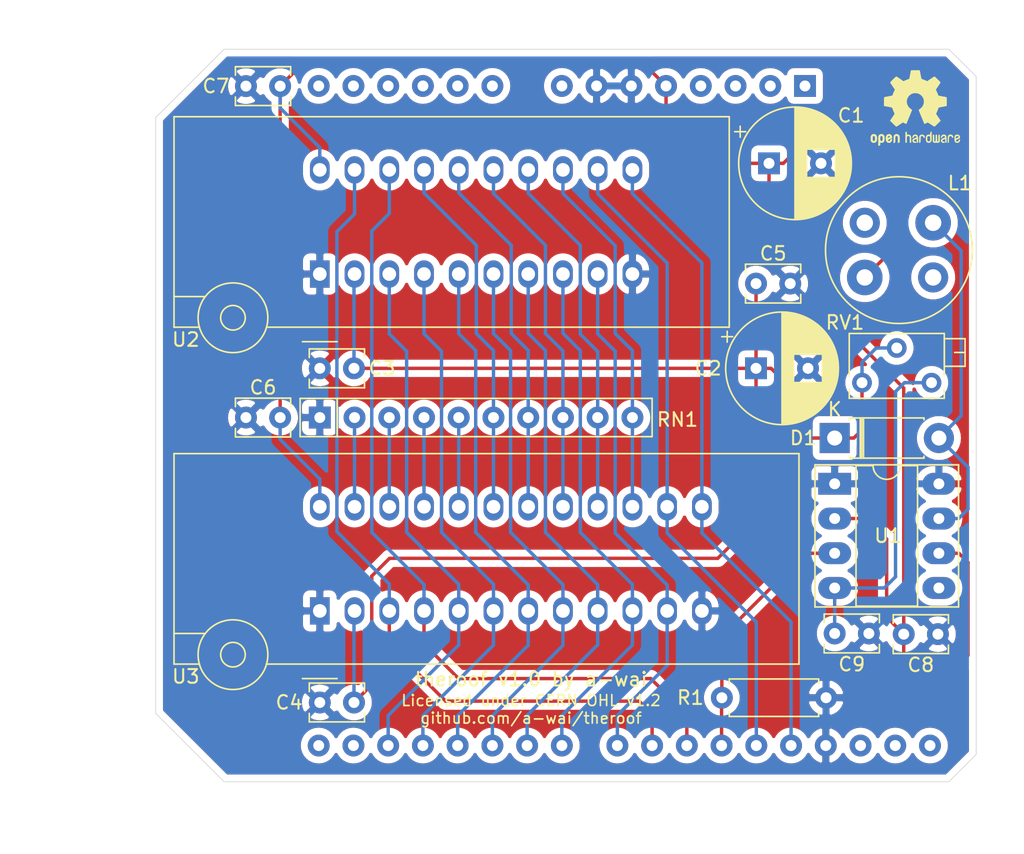
<source format=kicad_pcb>
(kicad_pcb (version 20171130) (host pcbnew 5.1.4+dfsg1-2)
  (layers (0 F.Cu signal) (31 B.Cu signal) (34 B.Paste user) (35 F.Paste user) (36 B.SilkS user) (37 F.SilkS user) (38 B.Mask user) (39 F.Mask user) (44 Edge.Cuts user))
  (net 0 "")
  (net 1 GND)
  (net 2 /STROBE)
  (net 3 /SDOUT)
  (net 4 /~VPP_EN)
  (net 5 /RA0)
  (net 6 /PV)
  (net 7 /SDIN)
  (net 8 /SCLK)
  (net 9 /RA5)
  (net 10 +5V)
  (net 11 /RA4)
  (net 12 /RA3)
  (net 13 /RA2)
  (net 14 /RA1)
  (net 15 /VPROG)
  (net 16 "Net-(D1-Pad2)")
  (net 17 /GND0)
  (net 18 /GND1)
  (net 19 /GND2)
  (net 20 /GND3)
  (net 21 /GND4)
  (net 22 "Net-(RN1-Pad5)")
  (net 23 "Net-(RN1-Pad4)")
  (net 24 "Net-(RN1-Pad3)")
  (net 25 "Net-(RN1-Pad2)")
  (net 26 "Net-(C9-Pad1)")
  (module Module:Arduino_UNO_R3 (layer B.Cu) (at 172.48 64.89 180)
    (fp_text reference A1 hide)
    (fp_text value Arduino_UNO_R3)
    (pad 16 thru_hole oval (at 33.02 -48.26 270) (size 1.6 1.6) (drill 0.8) (layers *.Cu *.Mask))
    (pad 15 thru_hole oval (at 35.56 -48.26 90) (size 1.6 1.6) (drill 0.8) (layers *.Cu *.Mask))
    (pad 30 thru_hole oval (at -4.06 -48.26 90) (size 1.6 1.6) (drill 0.8) (layers *.Cu *.Mask))
    (pad 14 thru_hole oval (at 35.56 0 90) (size 1.6 1.6) (drill 0.8) (layers *.Cu *.Mask))
    (pad 29 thru_hole oval (at -1.52 -48.26 90) (size 1.6 1.6) (drill 0.8) (layers *.Cu *.Mask) (net 1 GND))
    (pad 13 thru_hole oval (at 33.02 0 90) (size 1.6 1.6) (drill 0.8) (layers *.Cu *.Mask))
    (pad 28 thru_hole oval (at 1.02 -48.26 90) (size 1.6 1.6) (drill 0.8) (layers *.Cu *.Mask) (net 2 /STROBE))
    (pad 12 thru_hole oval (at 30.48 0 90) (size 1.6 1.6) (drill 0.8) (layers *.Cu *.Mask))
    (pad 27 thru_hole oval (at 3.56 -48.26 90) (size 1.6 1.6) (drill 0.8) (layers *.Cu *.Mask) (net 3 /SDOUT))
    (pad 11 thru_hole oval (at 27.94 0 90) (size 1.6 1.6) (drill 0.8) (layers *.Cu *.Mask))
    (pad 26 thru_hole oval (at 6.1 -48.26 90) (size 1.6 1.6) (drill 0.8) (layers *.Cu *.Mask) (net 4 /~VPP_EN))
    (pad 10 thru_hole oval (at 25.4 0 90) (size 1.6 1.6) (drill 0.8) (layers *.Cu *.Mask))
    (pad 25 thru_hole oval (at 8.64 -48.26 90) (size 1.6 1.6) (drill 0.8) (layers *.Cu *.Mask) (net 5 /RA0))
    (pad 9 thru_hole oval (at 22.86 0 90) (size 1.6 1.6) (drill 0.8) (layers *.Cu *.Mask))
    (pad 24 thru_hole oval (at 11.18 -48.26 90) (size 1.6 1.6) (drill 0.8) (layers *.Cu *.Mask) (net 6 /PV))
    (pad 8 thru_hole oval (at 17.78 0 90) (size 1.6 1.6) (drill 0.8) (layers *.Cu *.Mask))
    (pad 23 thru_hole oval (at 13.72 -48.26 90) (size 1.6 1.6) (drill 0.8) (layers *.Cu *.Mask) (net 7 /SDIN))
    (pad 7 thru_hole oval (at 15.24 0 90) (size 1.6 1.6) (drill 0.8) (layers *.Cu *.Mask) (net 1 GND))
    (pad 22 thru_hole oval (at 17.78 -48.26 90) (size 1.6 1.6) (drill 0.8) (layers *.Cu *.Mask) (net 8 /SCLK))
    (pad 6 thru_hole oval (at 12.7 0 90) (size 1.6 1.6) (drill 0.8) (layers *.Cu *.Mask) (net 1 GND))
    (pad 21 thru_hole oval (at 20.32 -48.26 90) (size 1.6 1.6) (drill 0.8) (layers *.Cu *.Mask) (net 9 /RA5))
    (pad 5 thru_hole oval (at 10.16 0 90) (size 1.6 1.6) (drill 0.8) (layers *.Cu *.Mask) (net 10 +5V))
    (pad 20 thru_hole oval (at 22.86 -48.26 90) (size 1.6 1.6) (drill 0.8) (layers *.Cu *.Mask) (net 11 /RA4))
    (pad 4 thru_hole oval (at 7.62 0 90) (size 1.6 1.6) (drill 0.8) (layers *.Cu *.Mask))
    (pad 19 thru_hole oval (at 25.4 -48.26 90) (size 1.6 1.6) (drill 0.8) (layers *.Cu *.Mask) (net 12 /RA3))
    (pad 3 thru_hole oval (at 5.08 0 90) (size 1.6 1.6) (drill 0.8) (layers *.Cu *.Mask))
    (pad 18 thru_hole oval (at 27.94 -48.26 90) (size 1.6 1.6) (drill 0.8) (layers *.Cu *.Mask) (net 13 /RA2))
    (pad 2 thru_hole oval (at 2.54 0 90) (size 1.6 1.6) (drill 0.8) (layers *.Cu *.Mask))
    (pad 17 thru_hole oval (at 30.48 -48.26 90) (size 1.6 1.6) (drill 0.8) (layers *.Cu *.Mask) (net 14 /RA1))
    (pad 1 thru_hole rect (at 0 0 90) (size 1.6 1.6) (drill 0.8) (layers *.Cu *.Mask))
    (pad 31 thru_hole oval (at -6.6 -48.26 90) (size 1.6 1.6) (drill 0.8) (layers *.Cu *.Mask))
    (pad 32 thru_hole oval (at -9.14 -48.26 90) (size 1.6 1.6) (drill 0.8) (layers *.Cu *.Mask))
  )
  (module Symbol:OSHW-Logo2_7.3x6mm_SilkScreen (layer F.Cu) (at 180.55 66.5)
    (fp_text reference REF** hide)
    (fp_text value OSHW-Logo2_7.3x6mm_SilkScreen hide)
  )
  (module Potentiometer_THT:Potentiometer_Bourns_3266X_Horizontal (layer F.Cu) (at 176.65 86.6 180)
    (fp_text reference RV1 (at 1.25 4.4) (layer F.SilkS))
    (fp_text value VOUT)
    (pad 3 thru_hole circle (at -5.08 0 180) (size 1.44 1.44) (drill 0.8) (layers *.Cu *.Mask) (net 26 "Net-(C9-Pad1)"))
    (pad 2 thru_hole circle (at -2.54 2.54 180) (size 1.44 1.44) (drill 0.8) (layers *.Cu *.Mask) (net 15 /VPROG))
    (pad 1 thru_hole circle (at 0 0 180) (size 1.44 1.44) (drill 0.8) (layers *.Cu *.Mask) (net 15 /VPROG))
  )
  (module Capacitor_THT:C_Disc_D3.8mm_W2.6mm_P2.50mm (layer F.Cu) (at 174.65 104.95)
    (fp_text reference C9 (at 1.25 2.25) (layer F.SilkS))
    (fp_text value 100n)
    (pad 2 thru_hole circle (at 2.5 0) (size 1.6 1.6) (drill 0.8) (layers *.Cu *.Mask) (net 1 GND))
    (pad 1 thru_hole circle (at 0 0) (size 1.6 1.6) (drill 0.8) (layers *.Cu *.Mask) (net 26 "Net-(C9-Pad1)"))
  )
  (module Socket:DIP_Socket-20_W4.3_W5.08_W7.62_W10.16_W10.9_3M_220-3342-00-0602J (layer F.Cu) (at 137 78.65 90)
    (fp_text reference U2 (at -4.8 -9.8 180) (layer F.SilkS))
    (fp_text value GAL16V8)
    (pad 11 thru_hole oval (at 7.62 22.86 90) (size 2 1.44) (drill 1) (layers *.Cu *.Mask) (net 2 /STROBE))
    (pad 10 thru_hole oval (at 0 22.86 90) (size 2 1.44) (drill 1) (layers *.Cu *.Mask) (net 1 GND))
    (pad 12 thru_hole oval (at 7.62 20.32 90) (size 2 1.44) (drill 1) (layers *.Cu *.Mask) (net 3 /SDOUT))
    (pad 9 thru_hole oval (at 0 20.32 90) (size 2 1.44) (drill 1) (layers *.Cu *.Mask) (net 7 /SDIN))
    (pad 13 thru_hole oval (at 7.62 17.78 90) (size 2 1.44) (drill 1) (layers *.Cu *.Mask) (net 17 /GND0))
    (pad 8 thru_hole oval (at 0 17.78 90) (size 2 1.44) (drill 1) (layers *.Cu *.Mask) (net 8 /SCLK))
    (pad 14 thru_hole oval (at 7.62 15.24 90) (size 2 1.44) (drill 1) (layers *.Cu *.Mask) (net 18 /GND1))
    (pad 7 thru_hole oval (at 0 15.24 90) (size 2 1.44) (drill 1) (layers *.Cu *.Mask) (net 9 /RA5))
    (pad 15 thru_hole oval (at 7.62 12.7 90) (size 2 1.44) (drill 1) (layers *.Cu *.Mask) (net 19 /GND2))
    (pad 6 thru_hole oval (at 0 12.7 90) (size 2 1.44) (drill 1) (layers *.Cu *.Mask) (net 11 /RA4))
    (pad 16 thru_hole oval (at 7.62 10.16 90) (size 2 1.44) (drill 1) (layers *.Cu *.Mask) (net 20 /GND3))
    (pad 5 thru_hole oval (at 0 10.16 90) (size 2 1.44) (drill 1) (layers *.Cu *.Mask) (net 12 /RA3))
    (pad 17 thru_hole oval (at 7.62 7.62 90) (size 2 1.44) (drill 1) (layers *.Cu *.Mask) (net 21 /GND4))
    (pad 4 thru_hole oval (at 0 7.62 90) (size 2 1.44) (drill 1) (layers *.Cu *.Mask) (net 13 /RA2))
    (pad 18 thru_hole oval (at 7.62 5.08 90) (size 2 1.44) (drill 1) (layers *.Cu *.Mask) (net 5 /RA0))
    (pad 3 thru_hole oval (at 0 5.08 90) (size 2 1.44) (drill 1) (layers *.Cu *.Mask) (net 14 /RA1))
    (pad 19 thru_hole oval (at 7.62 2.54 90) (size 2 1.44) (drill 1) (layers *.Cu *.Mask) (net 6 /PV))
    (pad 2 thru_hole oval (at 0 2.54 90) (size 2 1.44) (drill 1) (layers *.Cu *.Mask) (net 15 /VPROG))
    (pad 20 thru_hole oval (at 7.62 0 90) (size 2 1.44) (drill 1) (layers *.Cu *.Mask) (net 10 +5V))
    (pad 1 thru_hole rect (at 0 0 90) (size 2 1.44) (drill 1) (layers *.Cu *.Mask) (net 1 GND))
  )
  (module Resistor_THT:R_Axial_DIN0207_L6.3mm_D2.5mm_P7.62mm_Horizontal (layer F.Cu) (at 166.4 109.65)
    (fp_text reference R1 (at -2.3 0) (layer F.SilkS))
    (fp_text value 4.7K)
    (pad 2 thru_hole oval (at 7.62 0) (size 1.6 1.6) (drill 0.8) (layers *.Cu *.Mask) (net 1 GND))
    (pad 1 thru_hole circle (at 0 0) (size 1.6 1.6) (drill 0.8) (layers *.Cu *.Mask) (net 4 /~VPP_EN))
  )
  (module Diode_THT:D_DO-41_SOD81_P7.62mm_Horizontal (layer F.Cu) (at 174.65 90.65)
    (fp_text reference D1 (at -2.3 0) (layer F.SilkS))
    (fp_text value 1N5817)
    (fp_text user K (at 0 -2.1) (layer F.SilkS))
    (pad 2 thru_hole oval (at 7.62 0) (size 2.2 2.2) (drill 1.1) (layers *.Cu *.Mask) (net 16 "Net-(D1-Pad2)"))
    (pad 1 thru_hole rect (at 0 0) (size 2.2 2.2) (drill 1.1) (layers *.Cu *.Mask) (net 15 /VPROG))
  )
  (module Capacitor_THT:C_Disc_D3.8mm_W2.6mm_P2.50mm (layer F.Cu) (at 168.9 79.35)
    (fp_text reference C5 (at 1.25 -2.2) (layer F.SilkS))
    (fp_text value 100n)
    (pad 2 thru_hole circle (at 2.5 0) (size 1.6 1.6) (drill 0.8) (layers *.Cu *.Mask) (net 1 GND))
    (pad 1 thru_hole circle (at 0 0) (size 1.6 1.6) (drill 0.8) (layers *.Cu *.Mask) (net 15 /VPROG))
  )
  (module Package_DIP:DIP-8_W7.62mm_Socket_LongPads (layer F.Cu) (at 174.65 94)
    (fp_text reference U1 (at 3.9 3.8) (layer F.SilkS))
    (fp_text value LT1301)
    (pad 8 thru_hole oval (at 7.62 0) (size 2.4 1.6) (drill 0.8) (layers *.Cu *.Mask) (net 1 GND))
    (pad 4 thru_hole oval (at 0 7.62) (size 2.4 1.6) (drill 0.8) (layers *.Cu *.Mask) (net 26 "Net-(C9-Pad1)"))
    (pad 7 thru_hole oval (at 7.62 2.54) (size 2.4 1.6) (drill 0.8) (layers *.Cu *.Mask) (net 16 "Net-(D1-Pad2)"))
    (pad 3 thru_hole oval (at 0 5.08) (size 2.4 1.6) (drill 0.8) (layers *.Cu *.Mask) (net 4 /~VPP_EN))
    (pad 6 thru_hole oval (at 7.62 5.08) (size 2.4 1.6) (drill 0.8) (layers *.Cu *.Mask) (net 10 +5V))
    (pad 2 thru_hole oval (at 0 2.54) (size 2.4 1.6) (drill 0.8) (layers *.Cu *.Mask) (net 10 +5V))
    (pad 5 thru_hole oval (at 7.62 7.62) (size 2.4 1.6) (drill 0.8) (layers *.Cu *.Mask))
    (pad 1 thru_hole rect (at 0 0) (size 2.4 1.6) (drill 0.8) (layers *.Cu *.Mask) (net 1 GND))
  )
  (module Capacitor_THT:C_Disc_D3.8mm_W2.6mm_P2.50mm (layer F.Cu) (at 179.7 105)
    (fp_text reference C8 (at 1.25 2.25) (layer F.SilkS))
    (fp_text value 100n)
    (pad 2 thru_hole circle (at 2.5 0) (size 1.6 1.6) (drill 0.8) (layers *.Cu *.Mask) (net 1 GND))
    (pad 1 thru_hole circle (at 0 0) (size 1.6 1.6) (drill 0.8) (layers *.Cu *.Mask) (net 10 +5V))
  )
  (module Capacitor_THT:C_Disc_D3.8mm_W2.6mm_P2.50mm (layer F.Cu) (at 134.1 64.9 180)
    (fp_text reference C7 (at 4.7 0) (layer F.SilkS))
    (fp_text value 100n)
    (pad 2 thru_hole circle (at 2.5 0 180) (size 1.6 1.6) (drill 0.8) (layers *.Cu *.Mask) (net 1 GND))
    (pad 1 thru_hole circle (at 0 0 180) (size 1.6 1.6) (drill 0.8) (layers *.Cu *.Mask) (net 10 +5V))
  )
  (module Capacitor_THT:C_Disc_D3.8mm_W2.6mm_P2.50mm (layer F.Cu) (at 134.1 89.15 180)
    (fp_text reference C6 (at 1.25 2.2) (layer F.SilkS))
    (fp_text value 100n)
    (pad 2 thru_hole circle (at 2.5 0 180) (size 1.6 1.6) (drill 0.8) (layers *.Cu *.Mask) (net 1 GND))
    (pad 1 thru_hole circle (at 0 0 180) (size 1.6 1.6) (drill 0.8) (layers *.Cu *.Mask) (net 10 +5V))
  )
  (module Capacitor_THT:C_Disc_D3.8mm_W2.6mm_P2.50mm (layer F.Cu) (at 139.5 110 180)
    (fp_text reference C4 (at 4.75 0) (layer F.SilkS))
    (fp_text value 100n)
    (pad 2 thru_hole circle (at 2.5 0 180) (size 1.6 1.6) (drill 0.8) (layers *.Cu *.Mask) (net 1 GND))
    (pad 1 thru_hole circle (at 0 0 180) (size 1.6 1.6) (drill 0.8) (layers *.Cu *.Mask) (net 15 /VPROG))
  )
  (module Socket:DIP_Socket-24_W4.3_W5.08_W7.62_W10.16_W10.9_3M_224-5248-00-0602J (layer F.Cu) (at 137 103.3 90)
    (fp_text reference U3 (at -4.8 -9.8 180) (layer F.SilkS))
    (fp_text value GAL22V10)
    (pad 13 thru_hole oval (at 7.62 27.94 90) (size 2 1.44) (drill 1) (layers *.Cu *.Mask) (net 2 /STROBE))
    (pad 12 thru_hole oval (at 0 27.94 90) (size 2 1.44) (drill 1) (layers *.Cu *.Mask) (net 1 GND))
    (pad 14 thru_hole oval (at 7.62 25.4 90) (size 2 1.44) (drill 1) (layers *.Cu *.Mask) (net 3 /SDOUT))
    (pad 11 thru_hole oval (at 0 25.4 90) (size 2 1.44) (drill 1) (layers *.Cu *.Mask) (net 7 /SDIN))
    (pad 15 thru_hole oval (at 7.62 22.86 90) (size 2 1.44) (drill 1) (layers *.Cu *.Mask) (net 17 /GND0))
    (pad 10 thru_hole oval (at 0 22.86 90) (size 2 1.44) (drill 1) (layers *.Cu *.Mask) (net 8 /SCLK))
    (pad 16 thru_hole oval (at 7.62 20.32 90) (size 2 1.44) (drill 1) (layers *.Cu *.Mask) (net 18 /GND1))
    (pad 9 thru_hole oval (at 0 20.32 90) (size 2 1.44) (drill 1) (layers *.Cu *.Mask) (net 9 /RA5))
    (pad 17 thru_hole oval (at 7.62 17.78 90) (size 2 1.44) (drill 1) (layers *.Cu *.Mask) (net 19 /GND2))
    (pad 8 thru_hole oval (at 0 17.78 90) (size 2 1.44) (drill 1) (layers *.Cu *.Mask) (net 11 /RA4))
    (pad 18 thru_hole oval (at 7.62 15.24 90) (size 2 1.44) (drill 1) (layers *.Cu *.Mask) (net 20 /GND3))
    (pad 7 thru_hole oval (at 0 15.24 90) (size 2 1.44) (drill 1) (layers *.Cu *.Mask) (net 12 /RA3))
    (pad 19 thru_hole oval (at 7.62 12.7 90) (size 2 1.44) (drill 1) (layers *.Cu *.Mask) (net 21 /GND4))
    (pad 6 thru_hole oval (at 0 12.7 90) (size 2 1.44) (drill 1) (layers *.Cu *.Mask) (net 13 /RA2))
    (pad 20 thru_hole oval (at 7.62 10.16 90) (size 2 1.44) (drill 1) (layers *.Cu *.Mask) (net 22 "Net-(RN1-Pad5)"))
    (pad 5 thru_hole oval (at 0 10.16 90) (size 2 1.44) (drill 1) (layers *.Cu *.Mask) (net 14 /RA1))
    (pad 21 thru_hole oval (at 7.62 7.62 90) (size 2 1.44) (drill 1) (layers *.Cu *.Mask) (net 23 "Net-(RN1-Pad4)"))
    (pad 4 thru_hole oval (at 0 7.62 90) (size 2 1.44) (drill 1) (layers *.Cu *.Mask) (net 5 /RA0))
    (pad 22 thru_hole oval (at 7.62 5.08 90) (size 2 1.44) (drill 1) (layers *.Cu *.Mask) (net 24 "Net-(RN1-Pad3)"))
    (pad 3 thru_hole oval (at 0 5.08 90) (size 2 1.44) (drill 1) (layers *.Cu *.Mask) (net 6 /PV))
    (pad 23 thru_hole oval (at 7.62 2.54 90) (size 2 1.44) (drill 1) (layers *.Cu *.Mask) (net 25 "Net-(RN1-Pad2)"))
    (pad 2 thru_hole oval (at 0 2.54 90) (size 2 1.44) (drill 1) (layers *.Cu *.Mask) (net 15 /VPROG))
    (pad 24 thru_hole oval (at 7.62 0 90) (size 2 1.44) (drill 1) (layers *.Cu *.Mask) (net 10 +5V))
    (pad 1 thru_hole rect (at 0 0 90) (size 2 1.44) (drill 1) (layers *.Cu *.Mask) (net 1 GND))
  )
  (module Resistor_THT:R_Array_SIP10 (layer F.Cu) (at 137 89.15)
    (fp_text reference RN1 (at 26.15 0.15) (layer F.SilkS))
    (fp_text value 9x4.7K)
    (pad 10 thru_hole oval (at 22.86 0) (size 1.6 1.6) (drill 0.8) (layers *.Cu *.Mask) (net 17 /GND0))
    (pad 9 thru_hole oval (at 20.32 0) (size 1.6 1.6) (drill 0.8) (layers *.Cu *.Mask) (net 18 /GND1))
    (pad 8 thru_hole oval (at 17.78 0) (size 1.6 1.6) (drill 0.8) (layers *.Cu *.Mask) (net 19 /GND2))
    (pad 7 thru_hole oval (at 15.24 0) (size 1.6 1.6) (drill 0.8) (layers *.Cu *.Mask) (net 20 /GND3))
    (pad 6 thru_hole oval (at 12.7 0) (size 1.6 1.6) (drill 0.8) (layers *.Cu *.Mask) (net 21 /GND4))
    (pad 5 thru_hole oval (at 10.16 0) (size 1.6 1.6) (drill 0.8) (layers *.Cu *.Mask) (net 22 "Net-(RN1-Pad5)"))
    (pad 4 thru_hole oval (at 7.62 0) (size 1.6 1.6) (drill 0.8) (layers *.Cu *.Mask) (net 23 "Net-(RN1-Pad4)"))
    (pad 3 thru_hole oval (at 5.08 0) (size 1.6 1.6) (drill 0.8) (layers *.Cu *.Mask) (net 24 "Net-(RN1-Pad3)"))
    (pad 2 thru_hole oval (at 2.54 0) (size 1.6 1.6) (drill 0.8) (layers *.Cu *.Mask) (net 25 "Net-(RN1-Pad2)"))
    (pad 1 thru_hole rect (at 0 0) (size 1.6 1.6) (drill 0.8) (layers *.Cu *.Mask) (net 1 GND))
  )
  (module Inductor_THT:L_Radial_D10.5mm_P4.00x5.00mm_Murata_1200RS (layer F.Cu) (at 176.85 78.9 90)
    (fp_text reference L1 (at 6.9 6.95 180) (layer F.SilkS))
    (fp_text value 33µH)
    (pad 2 thru_hole circle (at 4 5 90) (size 2.6 2.6) (drill 1.2) (layers *.Cu *.Mask) (net 16 "Net-(D1-Pad2)"))
    (pad 1 thru_hole circle (at 0 0 90) (size 2.6 2.6) (drill 1.2) (layers *.Cu *.Mask) (net 10 +5V))
    (pad "" thru_hole circle (at 0 5 90) (size 2.2 2.2) (drill 1.2) (layers *.Cu *.Mask))
    (pad "" thru_hole circle (at 4 0 90) (size 2.2 2.2) (drill 1.2) (layers *.Cu *.Mask))
  )
  (module Capacitor_THT:C_Disc_D3.8mm_W2.6mm_P2.50mm (layer F.Cu) (at 139.5 85.55 180)
    (fp_text reference C3 (at -2.05 0) (layer F.SilkS))
    (fp_text value 100n)
    (pad 2 thru_hole circle (at 2.5 0 180) (size 1.6 1.6) (drill 0.8) (layers *.Cu *.Mask) (net 1 GND))
    (pad 1 thru_hole circle (at 0 0 180) (size 1.6 1.6) (drill 0.8) (layers *.Cu *.Mask) (net 15 /VPROG))
  )
  (module Capacitor_THT:CP_Radial_D8.0mm_P3.80mm (layer F.Cu) (at 168.9 85.55)
    (fp_text reference C2 (at -3.5 0) (layer F.SilkS))
    (fp_text value 47µ)
    (pad 2 thru_hole circle (at 3.8 0) (size 1.6 1.6) (drill 0.8) (layers *.Cu *.Mask) (net 1 GND))
    (pad 1 thru_hole rect (at 0 0) (size 1.6 1.6) (drill 0.8) (layers *.Cu *.Mask) (net 15 /VPROG))
  )
  (module Capacitor_THT:CP_Radial_D8.0mm_P3.80mm (layer F.Cu) (at 169.85 70.55)
    (fp_text reference C1 (at 6 -3.5) (layer F.SilkS))
    (fp_text value 47µ)
    (pad 2 thru_hole circle (at 3.8 0) (size 1.6 1.6) (drill 0.8) (layers *.Cu *.Mask) (net 1 GND))
    (pad 1 thru_hole rect (at 0 0) (size 1.6 1.6) (drill 0.8) (layers *.Cu *.Mask) (net 10 +5V))
  )
  (gr_text "theroof v1.0 by a-wai" (at 152.45 108.3) (layer F.SilkS) (effects (font (size 1 1))))
  (gr_text "Licensed under CERN OHL v1.2\ngithub.com/a-wai/theroof" (at 152.45 110.5) (layer F.SilkS) (effects (font (size 0.8 0.8) (thickness 0.12))))
  (gr_line (start 185 113.8) (end 183 115.8) (layer Edge.Cuts) (width 0.05))
  (gr_line (start 183 62.2) (end 185 64.2) (layer Edge.Cuts) (width 0.05))
  (gr_line (start 130 62.2) (end 183 62.2) (layer Edge.Cuts) (width 0.05))
  (gr_line (start 125 67.2) (end 130 62.2) (layer Edge.Cuts) (width 0.05))
  (gr_line (start 125 110.8) (end 125 67.2) (layer Edge.Cuts) (width 0.05))
  (gr_line (start 130 115.8) (end 125 110.8) (layer Edge.Cuts) (width 0.05))
  (gr_line (start 183 115.8) (end 130 115.8) (layer Edge.Cuts) (width 0.05))
  (gr_line (start 185 64.2) (end 185 113.8) (layer Edge.Cuts) (width 0.05))
  (segment (start 164.94 79.54) (end 164.94 95.68) (width 0.25) (layer B.Cu) (net 2))
  (segment (start 164.94 77.84) (end 164.94 79.54) (width 0.25) (layer B.Cu) (net 2))
  (segment (start 159.86 71.03) (end 159.86 72.76) (width 0.25) (layer B.Cu) (net 2))
  (segment (start 159.86 72.76) (end 164.94 77.84) (width 0.25) (layer B.Cu) (net 2))
  (segment (start 164.94 97.59) (end 164.94 95.68) (width 0.25) (layer B.Cu) (net 2))
  (segment (start 171.46 113.15) (end 171.46 104.11) (width 0.25) (layer B.Cu) (net 2))
  (segment (start 171.46 104.11) (end 164.94 97.59) (width 0.25) (layer B.Cu) (net 2))
  (segment (start 157.32 72.77) (end 157.32 71.03) (width 0.25) (layer B.Cu) (net 3))
  (segment (start 162.4 95.68) (end 162.4 77.85) (width 0.25) (layer B.Cu) (net 3))
  (segment (start 162.4 77.85) (end 157.32 72.77) (width 0.25) (layer B.Cu) (net 3))
  (segment (start 162.4 97.6) (end 162.4 95.68) (width 0.25) (layer B.Cu) (net 3))
  (segment (start 168.92 113.15) (end 168.92 104.12) (width 0.25) (layer B.Cu) (net 3))
  (segment (start 168.92 104.12) (end 162.4 97.6) (width 0.25) (layer B.Cu) (net 3))
  (segment (start 166.38 109.67) (end 166.4 109.65) (width 0.25) (layer F.Cu) (net 4))
  (segment (start 166.38 113.15) (end 166.38 109.67) (width 0.25) (layer F.Cu) (net 4))
  (segment (start 172.52 99.08) (end 174.65 99.08) (width 0.25) (layer F.Cu) (net 4))
  (segment (start 166.4 109.65) (end 166.4 105.2) (width 0.25) (layer F.Cu) (net 4))
  (segment (start 166.4 105.2) (end 172.52 99.08) (width 0.25) (layer F.Cu) (net 4))
  (segment (start 140.8 97.55) (end 140.8 75.5) (width 0.25) (layer B.Cu) (net 5))
  (segment (start 144.62 103.3) (end 144.62 101.37) (width 0.25) (layer B.Cu) (net 5))
  (segment (start 142.08 74.22) (end 142.08 71.03) (width 0.25) (layer B.Cu) (net 5))
  (segment (start 140.8 75.5) (end 142.08 74.22) (width 0.25) (layer B.Cu) (net 5))
  (segment (start 144.62 101.37) (end 140.8 97.55) (width 0.25) (layer B.Cu) (net 5))
  (segment (start 163.84 110.89) (end 163.84 113.15) (width 0.25) (layer F.Cu) (net 5))
  (segment (start 147.15 108.25) (end 161.2 108.25) (width 0.25) (layer F.Cu) (net 5))
  (segment (start 144.62 103.3) (end 144.62 105.72) (width 0.25) (layer F.Cu) (net 5))
  (segment (start 161.2 108.25) (end 163.84 110.89) (width 0.25) (layer F.Cu) (net 5))
  (segment (start 144.62 105.72) (end 147.15 108.25) (width 0.25) (layer F.Cu) (net 5))
  (segment (start 139.54 74.26) (end 139.54 71.03) (width 0.25) (layer B.Cu) (net 6))
  (segment (start 138.25 75.55) (end 139.54 74.26) (width 0.25) (layer B.Cu) (net 6))
  (segment (start 138.25 97.5) (end 138.25 75.55) (width 0.25) (layer B.Cu) (net 6))
  (segment (start 142.08 103.3) (end 142.08 101.33) (width 0.25) (layer B.Cu) (net 6))
  (segment (start 142.08 101.33) (end 138.25 97.5) (width 0.25) (layer B.Cu) (net 6))
  (segment (start 161.3 110.85) (end 161.3 113.15) (width 0.25) (layer F.Cu) (net 6))
  (segment (start 146.2 109.9) (end 160.35 109.9) (width 0.25) (layer F.Cu) (net 6))
  (segment (start 142.08 103.3) (end 142.08 105.78) (width 0.25) (layer F.Cu) (net 6))
  (segment (start 160.35 109.9) (end 161.3 110.85) (width 0.25) (layer F.Cu) (net 6))
  (segment (start 142.08 105.78) (end 146.2 109.9) (width 0.25) (layer F.Cu) (net 6))
  (segment (start 157.32 83.02) (end 157.32 78.65) (width 0.25) (layer B.Cu) (net 7))
  (segment (start 158.6 84.3) (end 157.32 83.02) (width 0.25) (layer B.Cu) (net 7))
  (segment (start 158.6 97.6) (end 158.6 84.3) (width 0.25) (layer B.Cu) (net 7))
  (segment (start 162.4 103.3) (end 162.4 101.4) (width 0.25) (layer B.Cu) (net 7))
  (segment (start 162.4 101.4) (end 158.6 97.6) (width 0.25) (layer B.Cu) (net 7))
  (segment (start 162.4 107.3) (end 162.4 103.3) (width 0.25) (layer B.Cu) (net 7))
  (segment (start 158.76 113.15) (end 158.76 110.94) (width 0.25) (layer B.Cu) (net 7))
  (segment (start 158.76 110.94) (end 162.4 107.3) (width 0.25) (layer B.Cu) (net 7))
  (segment (start 154.78 82.98) (end 154.78 78.65) (width 0.25) (layer B.Cu) (net 8))
  (segment (start 156.05 97.55) (end 156.05 84.25) (width 0.25) (layer B.Cu) (net 8))
  (segment (start 156.05 84.25) (end 154.78 82.98) (width 0.25) (layer B.Cu) (net 8))
  (segment (start 159.86 103.3) (end 159.86 101.36) (width 0.25) (layer B.Cu) (net 8))
  (segment (start 159.86 101.36) (end 156.05 97.55) (width 0.25) (layer B.Cu) (net 8))
  (segment (start 159.86 105.79) (end 159.86 103.3) (width 0.25) (layer B.Cu) (net 8))
  (segment (start 154.7 113.15) (end 154.7 110.95) (width 0.25) (layer B.Cu) (net 8))
  (segment (start 154.7 110.95) (end 159.86 105.79) (width 0.25) (layer B.Cu) (net 8))
  (segment (start 153.5 84.25) (end 153.5 97.55) (width 0.25) (layer B.Cu) (net 9))
  (segment (start 157.32 101.37) (end 157.32 103.3) (width 0.25) (layer B.Cu) (net 9))
  (segment (start 152.24 78.65) (end 152.24 82.99) (width 0.25) (layer B.Cu) (net 9))
  (segment (start 153.5 97.55) (end 157.32 101.37) (width 0.25) (layer B.Cu) (net 9))
  (segment (start 152.24 82.99) (end 153.5 84.25) (width 0.25) (layer B.Cu) (net 9))
  (segment (start 157.32 105.78) (end 157.32 103.3) (width 0.25) (layer B.Cu) (net 9))
  (segment (start 152.16 113.15) (end 152.16 110.94) (width 0.25) (layer B.Cu) (net 9))
  (segment (start 152.16 110.94) (end 157.32 105.78) (width 0.25) (layer B.Cu) (net 9))
  (segment (start 134.1 89.15) (end 134.1 66.3) (width 0.25) (layer F.Cu) (net 10))
  (segment (start 134.1 66.3) (end 134.1 64.9) (width 0.25) (layer F.Cu) (net 10))
  (segment (start 137 69.4) (end 137 71.03) (width 0.25) (layer B.Cu) (net 10))
  (segment (start 134.1 64.9) (end 134.1 66.5) (width 0.25) (layer B.Cu) (net 10))
  (segment (start 134.1 66.5) (end 137 69.4) (width 0.25) (layer B.Cu) (net 10))
  (segment (start 137 93.65) (end 137 95.68) (width 0.25) (layer B.Cu) (net 10))
  (segment (start 134.1 89.15) (end 134.1 90.75) (width 0.25) (layer B.Cu) (net 10))
  (segment (start 134.1 90.75) (end 137 93.65) (width 0.25) (layer B.Cu) (net 10))
  (segment (start 134.1 64.9) (end 136 63) (width 0.25) (layer F.Cu) (net 10))
  (segment (start 160.43 63) (end 162.32 64.89) (width 0.25) (layer F.Cu) (net 10))
  (segment (start 136 63) (end 160.43 63) (width 0.25) (layer F.Cu) (net 10))
  (segment (start 162.32 68.02) (end 162.32 64.89) (width 0.25) (layer F.Cu) (net 10))
  (segment (start 169.85 70.55) (end 164.85 70.55) (width 0.25) (layer F.Cu) (net 10))
  (segment (start 164.85 70.55) (end 162.32 68.02) (width 0.25) (layer F.Cu) (net 10))
  (segment (start 176.94 96.54) (end 174.65 96.54) (width 0.25) (layer F.Cu) (net 10))
  (segment (start 178.45 98.05) (end 176.94 96.54) (width 0.25) (layer F.Cu) (net 10))
  (segment (start 179.7 105) (end 178.45 103.75) (width 0.25) (layer F.Cu) (net 10))
  (segment (start 178.45 103.75) (end 178.45 98.05) (width 0.25) (layer F.Cu) (net 10))
  (segment (start 183.73 99.08) (end 182.27 99.08) (width 0.25) (layer F.Cu) (net 10))
  (segment (start 179.7 106.6) (end 180.4 107.3) (width 0.25) (layer F.Cu) (net 10))
  (segment (start 179.7 105) (end 179.7 106.6) (width 0.25) (layer F.Cu) (net 10))
  (segment (start 184.4 99.75) (end 183.73 99.08) (width 0.25) (layer F.Cu) (net 10))
  (segment (start 184.4 106.55) (end 184.4 99.75) (width 0.25) (layer F.Cu) (net 10))
  (segment (start 180.4 107.3) (end 183.65 107.3) (width 0.25) (layer F.Cu) (net 10))
  (segment (start 183.65 107.3) (end 184.4 106.55) (width 0.25) (layer F.Cu) (net 10))
  (segment (start 173.95 81.25) (end 179.7 87) (width 0.25) (layer F.Cu) (net 10))
  (segment (start 179.7 87) (end 179.7 105) (width 0.25) (layer F.Cu) (net 10))
  (segment (start 169.85 70.55) (end 169.85 73.5) (width 0.25) (layer F.Cu) (net 10))
  (segment (start 173.95 77.6) (end 173.95 81.25) (width 0.25) (layer F.Cu) (net 10))
  (segment (start 169.85 73.5) (end 173.95 77.6) (width 0.25) (layer F.Cu) (net 10))
  (segment (start 170.9 70.55) (end 169.85 70.55) (width 0.25) (layer F.Cu) (net 10))
  (segment (start 179.4 76.35) (end 179.4 69.6) (width 0.25) (layer F.Cu) (net 10))
  (segment (start 171.7 68.75) (end 171.7 69.75) (width 0.25) (layer F.Cu) (net 10))
  (segment (start 176.85 78.9) (end 179.4 76.35) (width 0.25) (layer F.Cu) (net 10))
  (segment (start 172.45 68) (end 171.7 68.75) (width 0.25) (layer F.Cu) (net 10))
  (segment (start 179.4 69.6) (end 177.8 68) (width 0.25) (layer F.Cu) (net 10))
  (segment (start 171.7 69.75) (end 170.9 70.55) (width 0.25) (layer F.Cu) (net 10))
  (segment (start 177.8 68) (end 172.45 68) (width 0.25) (layer F.Cu) (net 10))
  (segment (start 154.78 101.38) (end 154.78 103.3) (width 0.25) (layer B.Cu) (net 11))
  (segment (start 150.95 84.25) (end 150.95 97.55) (width 0.25) (layer B.Cu) (net 11))
  (segment (start 150.95 97.55) (end 154.78 101.38) (width 0.25) (layer B.Cu) (net 11))
  (segment (start 149.7 78.65) (end 149.7 83) (width 0.25) (layer B.Cu) (net 11))
  (segment (start 149.7 83) (end 150.95 84.25) (width 0.25) (layer B.Cu) (net 11))
  (segment (start 154.78 105.82) (end 154.78 103.3) (width 0.25) (layer B.Cu) (net 11))
  (segment (start 149.62 113.15) (end 149.62 110.98) (width 0.25) (layer B.Cu) (net 11))
  (segment (start 149.62 110.98) (end 154.78 105.82) (width 0.25) (layer B.Cu) (net 11))
  (segment (start 147.16 83.01) (end 147.16 78.65) (width 0.25) (layer B.Cu) (net 12))
  (segment (start 152.24 103.3) (end 152.24 101.39) (width 0.25) (layer B.Cu) (net 12))
  (segment (start 148.4 84.25) (end 147.16 83.01) (width 0.25) (layer B.Cu) (net 12))
  (segment (start 148.4 97.55) (end 148.4 84.25) (width 0.25) (layer B.Cu) (net 12))
  (segment (start 152.24 101.39) (end 148.4 97.55) (width 0.25) (layer B.Cu) (net 12))
  (segment (start 152.24 105.81) (end 152.24 103.3) (width 0.25) (layer B.Cu) (net 12))
  (segment (start 147.08 113.15) (end 147.08 110.97) (width 0.25) (layer B.Cu) (net 12))
  (segment (start 147.08 110.97) (end 152.24 105.81) (width 0.25) (layer B.Cu) (net 12))
  (segment (start 145.9 84.3) (end 145.9 97.55) (width 0.25) (layer B.Cu) (net 13))
  (segment (start 149.7 101.35) (end 149.7 103.3) (width 0.25) (layer B.Cu) (net 13))
  (segment (start 145.9 97.55) (end 149.7 101.35) (width 0.25) (layer B.Cu) (net 13))
  (segment (start 144.62 78.65) (end 144.62 83.02) (width 0.25) (layer B.Cu) (net 13))
  (segment (start 144.62 83.02) (end 145.9 84.3) (width 0.25) (layer B.Cu) (net 13))
  (segment (start 144.54 113.15) (end 144.54 110.96) (width 0.25) (layer B.Cu) (net 13))
  (segment (start 149.7 105.8) (end 149.7 103.3) (width 0.25) (layer B.Cu) (net 13))
  (segment (start 144.54 110.96) (end 149.7 105.8) (width 0.25) (layer B.Cu) (net 13))
  (segment (start 142.08 83.03) (end 142.08 78.65) (width 0.25) (layer B.Cu) (net 14))
  (segment (start 143.35 84.3) (end 142.08 83.03) (width 0.25) (layer B.Cu) (net 14))
  (segment (start 143.35 97.55) (end 143.35 84.3) (width 0.25) (layer B.Cu) (net 14))
  (segment (start 147.16 103.3) (end 147.16 101.36) (width 0.25) (layer B.Cu) (net 14))
  (segment (start 147.16 101.36) (end 143.35 97.55) (width 0.25) (layer B.Cu) (net 14))
  (segment (start 147.16 105.79) (end 147.16 103.3) (width 0.25) (layer B.Cu) (net 14))
  (segment (start 142 113.15) (end 142 110.95) (width 0.25) (layer B.Cu) (net 14))
  (segment (start 142 110.95) (end 147.16 105.79) (width 0.25) (layer B.Cu) (net 14))
  (segment (start 139.5 103.34) (end 139.54 103.3) (width 0.25) (layer B.Cu) (net 15))
  (segment (start 139.5 110) (end 139.5 103.34) (width 0.25) (layer B.Cu) (net 15))
  (segment (start 139.5 78.69) (end 139.54 78.65) (width 0.25) (layer B.Cu) (net 15))
  (segment (start 139.5 85.55) (end 139.5 78.69) (width 0.25) (layer B.Cu) (net 15))
  (segment (start 139.5 85.55) (end 168.9 85.55) (width 0.25) (layer F.Cu) (net 15))
  (segment (start 170.75 89.85) (end 171.55 90.65) (width 0.25) (layer F.Cu) (net 15))
  (segment (start 171.55 90.65) (end 174.65 90.65) (width 0.25) (layer F.Cu) (net 15))
  (segment (start 170.75 86.3) (end 170.75 89.85) (width 0.25) (layer F.Cu) (net 15))
  (segment (start 168.9 85.55) (end 170 85.55) (width 0.25) (layer F.Cu) (net 15))
  (segment (start 170 85.55) (end 170.75 86.3) (width 0.25) (layer F.Cu) (net 15))
  (segment (start 168.9 85.55) (end 168.9 79.35) (width 0.25) (layer F.Cu) (net 15))
  (segment (start 174.65 90.65) (end 176.05 90.65) (width 0.25) (layer F.Cu) (net 15))
  (segment (start 176.05 90.65) (end 176.65 90.05) (width 0.25) (layer F.Cu) (net 15))
  (segment (start 176.65 90.05) (end 176.65 86.6) (width 0.25) (layer F.Cu) (net 15))
  (segment (start 140.8 100.75) (end 142.1 99.45) (width 0.25) (layer F.Cu) (net 15))
  (segment (start 140.8 108.7) (end 140.8 100.75) (width 0.25) (layer F.Cu) (net 15))
  (segment (start 166.1 99.45) (end 168.9 96.65) (width 0.25) (layer F.Cu) (net 15))
  (segment (start 139.5 110) (end 140.8 108.7) (width 0.25) (layer F.Cu) (net 15))
  (segment (start 168.9 96.65) (end 168.9 85.55) (width 0.25) (layer F.Cu) (net 15))
  (segment (start 142.1 99.45) (end 166.1 99.45) (width 0.25) (layer F.Cu) (net 15))
  (segment (start 177.69 84.06) (end 179.19 84.06) (width 0.25) (layer B.Cu) (net 15))
  (segment (start 176.65 86.6) (end 176.65 85.1) (width 0.25) (layer B.Cu) (net 15))
  (segment (start 176.65 85.1) (end 177.69 84.06) (width 0.25) (layer B.Cu) (net 15))
  (segment (start 183.9 76.95) (end 183.149999 76.199999) (width 0.25) (layer B.Cu) (net 16))
  (segment (start 182.27 90.65) (end 183.9 89.02) (width 0.25) (layer B.Cu) (net 16))
  (segment (start 183.149999 76.199999) (end 181.85 74.9) (width 0.25) (layer B.Cu) (net 16))
  (segment (start 183.9 89.02) (end 183.9 76.95) (width 0.25) (layer B.Cu) (net 16))
  (segment (start 183.71 96.54) (end 182.27 96.54) (width 0.25) (layer B.Cu) (net 16))
  (segment (start 182.27 90.65) (end 184.4 92.78) (width 0.25) (layer B.Cu) (net 16))
  (segment (start 184.4 95.85) (end 183.71 96.54) (width 0.25) (layer B.Cu) (net 16))
  (segment (start 184.4 92.78) (end 184.4 95.85) (width 0.25) (layer B.Cu) (net 16))
  (segment (start 159.86 89.15) (end 159.86 95.68) (width 0.25) (layer B.Cu) (net 17))
  (segment (start 154.78 72.755) (end 154.78 71.03) (width 0.25) (layer B.Cu) (net 17))
  (segment (start 158.6 83) (end 158.6 76.575) (width 0.25) (layer B.Cu) (net 17))
  (segment (start 159.86 89.15) (end 159.86 84.26) (width 0.25) (layer B.Cu) (net 17))
  (segment (start 158.6 76.575) (end 154.78 72.755) (width 0.25) (layer B.Cu) (net 17))
  (segment (start 159.86 84.26) (end 158.6 83) (width 0.25) (layer B.Cu) (net 17))
  (segment (start 157.32 89.15) (end 157.32 95.68) (width 0.25) (layer B.Cu) (net 18))
  (segment (start 152.24 72.74) (end 152.24 71.03) (width 0.25) (layer B.Cu) (net 18))
  (segment (start 156.05 76.55) (end 152.24 72.74) (width 0.25) (layer B.Cu) (net 18))
  (segment (start 156.05 83.05) (end 156.05 76.55) (width 0.25) (layer B.Cu) (net 18))
  (segment (start 157.32 89.15) (end 157.32 84.32) (width 0.25) (layer B.Cu) (net 18))
  (segment (start 157.32 84.32) (end 156.05 83.05) (width 0.25) (layer B.Cu) (net 18))
  (segment (start 154.78 89.15) (end 154.78 95.68) (width 0.25) (layer B.Cu) (net 19))
  (segment (start 149.7 72.75) (end 149.7 71.03) (width 0.25) (layer B.Cu) (net 19))
  (segment (start 153.5 83) (end 153.5 76.55) (width 0.25) (layer B.Cu) (net 19))
  (segment (start 154.78 89.15) (end 154.78 84.28) (width 0.25) (layer B.Cu) (net 19))
  (segment (start 153.5 76.55) (end 149.7 72.75) (width 0.25) (layer B.Cu) (net 19))
  (segment (start 154.78 84.28) (end 153.5 83) (width 0.25) (layer B.Cu) (net 19))
  (segment (start 152.24 89.15) (end 152.24 95.68) (width 0.25) (layer B.Cu) (net 20))
  (segment (start 147.16 72.71) (end 147.16 71.03) (width 0.25) (layer B.Cu) (net 20))
  (segment (start 151 76.55) (end 147.16 72.71) (width 0.25) (layer B.Cu) (net 20))
  (segment (start 151 83) (end 151 76.55) (width 0.25) (layer B.Cu) (net 20))
  (segment (start 152.24 89.15) (end 152.24 84.24) (width 0.25) (layer B.Cu) (net 20))
  (segment (start 152.24 84.24) (end 151 83) (width 0.25) (layer B.Cu) (net 20))
  (segment (start 149.7 89.15) (end 149.7 95.68) (width 0.25) (layer B.Cu) (net 21))
  (segment (start 148.45 76.55) (end 148.45 83) (width 0.25) (layer B.Cu) (net 21))
  (segment (start 149.7 84.25) (end 149.7 89.15) (width 0.25) (layer B.Cu) (net 21))
  (segment (start 144.62 71.03) (end 144.62 72.72) (width 0.25) (layer B.Cu) (net 21))
  (segment (start 148.45 83) (end 149.7 84.25) (width 0.25) (layer B.Cu) (net 21))
  (segment (start 144.62 72.72) (end 148.45 76.55) (width 0.25) (layer B.Cu) (net 21))
  (segment (start 147.16 89.15) (end 147.16 95.68) (width 0.25) (layer B.Cu) (net 22))
  (segment (start 144.62 89.15) (end 144.62 95.68) (width 0.25) (layer B.Cu) (net 23))
  (segment (start 142.08 89.15) (end 142.08 95.68) (width 0.25) (layer B.Cu) (net 24))
  (segment (start 139.54 90.28137) (end 139.54 95.68) (width 0.25) (layer B.Cu) (net 25))
  (segment (start 139.54 89.15) (end 139.54 90.28137) (width 0.25) (layer B.Cu) (net 25))
  (segment (start 174.65 104.95) (end 174.65 101.62) (width 0.25) (layer B.Cu) (net 26))
  (segment (start 179.75 86.6) (end 181.73 86.6) (width 0.25) (layer B.Cu) (net 26))
  (segment (start 174.65 101.62) (end 178.28 101.62) (width 0.25) (layer B.Cu) (net 26))
  (segment (start 179.1 87.25) (end 179.75 86.6) (width 0.25) (layer B.Cu) (net 26))
  (segment (start 179.1 100.8) (end 179.1 87.25) (width 0.25) (layer B.Cu) (net 26))
  (segment (start 178.28 101.62) (end 179.1 100.8) (width 0.25) (layer B.Cu) (net 26))
  (zone (net 1) (net_name GND) (layer F.Cu) (connect_pads (clearance 0.508)) (min_thickness 0.254) (fill yes (arc_segments 32) (thermal_gap 0.508) (thermal_bridge_width 0.508))
    (polygon (pts (xy 122.15 60.45) (xy 186.6 59.8) (xy 187.35 118.45) (xy 122 118.25)))
  )
  (zone (net 1) (net_name GND) (layer B.Cu) (connect_pads (clearance 0.508)) (min_thickness 0.254) (fill yes (arc_segments 32) (thermal_gap 0.508) (thermal_bridge_width 0.508))
    (polygon (pts (xy 121.05 59) (xy 188.1 58.6) (xy 188.5 121.1) (xy 120.45 119.75)))
  )
)
</source>
